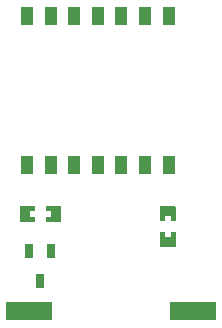
<source format=gtp>
G04 Layer: TopPasteMaskLayer*
G04 EasyEDA v6.5.23, 2023-04-30 22:23:46*
G04 780a14c897c5458fb3efe7b42501c717,664421963ecb4a5db0a4e46f32b0c09c,10*
G04 Gerber Generator version 0.2*
G04 Scale: 100 percent, Rotated: No, Reflected: No *
G04 Dimensions in millimeters *
G04 leading zeros omitted , absolute positions ,4 integer and 5 decimal *
%FSLAX45Y45*%
%MOMM*%

%ADD10R,4.0000X1.5000*%
%ADD11R,0.7000X1.2500*%
%ADD12R,1.0008X1.5011*%

%LPD*%
G36*
X345490Y1023518D02*
G01*
X340512Y1018489D01*
X340512Y890524D01*
X345490Y885494D01*
X460501Y885494D01*
X465480Y890524D01*
X465023Y932484D01*
X420979Y932484D01*
X420979Y977493D01*
X465988Y977493D01*
X465480Y1018489D01*
X460501Y1023518D01*
G37*
G36*
X560476Y1023518D02*
G01*
X555498Y1018489D01*
X556006Y977493D01*
X599998Y977493D01*
X599998Y932484D01*
X555498Y932484D01*
X555498Y890524D01*
X560476Y885494D01*
X675487Y885494D01*
X680516Y890524D01*
X680516Y1018489D01*
X675487Y1023518D01*
G37*
G36*
X1525524Y1018387D02*
G01*
X1520494Y1013409D01*
X1520494Y898398D01*
X1525524Y893419D01*
X1567484Y893876D01*
X1567484Y937920D01*
X1612493Y937920D01*
X1612493Y892911D01*
X1653489Y893419D01*
X1658518Y898398D01*
X1658518Y1013409D01*
X1653489Y1018387D01*
G37*
G36*
X1525524Y803402D02*
G01*
X1520494Y798423D01*
X1520494Y683412D01*
X1525524Y678383D01*
X1653489Y678383D01*
X1658518Y683412D01*
X1658518Y798423D01*
X1653489Y803402D01*
X1612493Y802894D01*
X1612493Y758901D01*
X1567484Y758901D01*
X1567484Y803402D01*
G37*
D10*
G01*
X412800Y130606D03*
G01*
X1803450Y130606D03*
D11*
G01*
X508000Y389381D03*
G01*
X413003Y639317D03*
G01*
X602995Y639317D03*
D12*
G01*
X1597659Y2628900D03*
G01*
X1397000Y2628900D03*
G01*
X1196339Y2628900D03*
G01*
X998219Y2628900D03*
G01*
X797560Y2628900D03*
G01*
X596900Y2628900D03*
G01*
X398779Y2628900D03*
G01*
X1597659Y1369059D03*
G01*
X1397000Y1369059D03*
G01*
X1196339Y1369059D03*
G01*
X998219Y1369059D03*
G01*
X797560Y1369059D03*
G01*
X596900Y1369059D03*
G01*
X398779Y1369059D03*
M02*

</source>
